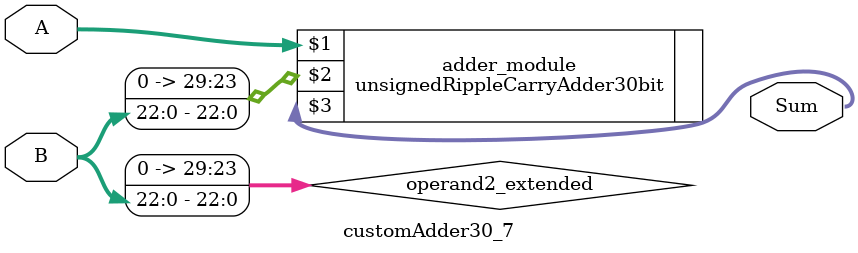
<source format=v>

module customAdder30_7(
                    input [29 : 0] A,
                    input [22 : 0] B,
                    
                    output [30 : 0] Sum
            );

    wire [29 : 0] operand2_extended;
    
    assign operand2_extended =  {7'b0, B};
    
    unsignedRippleCarryAdder30bit adder_module(
        A,
        operand2_extended,
        Sum
    );
    
endmodule
        
</source>
